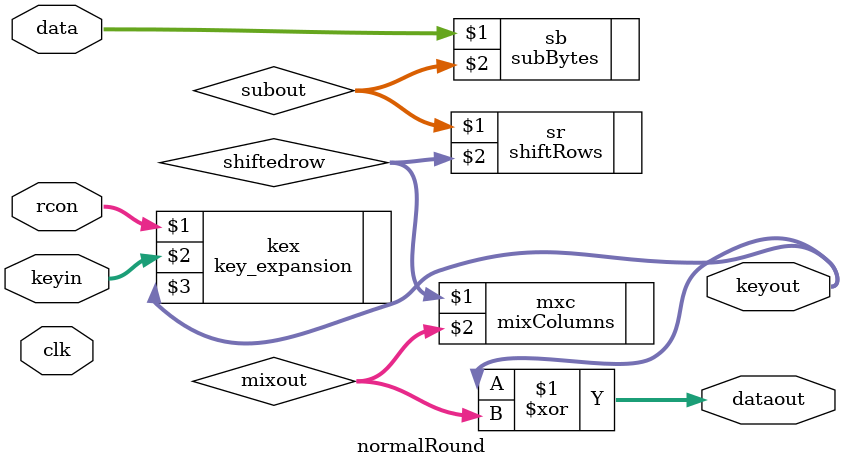
<source format=v>
`timescale 1ns / 1ps
module normalRound(input clk, input[31:0]rcon, input[127:0]keyin, input[127:0]data, output[127:0]keyout, output[127:0] dataout);

wire [127:0]subout, shiftedrow,mixout;
key_expansion kex(rcon,keyin,keyout);
subBytes sb(data, subout);
shiftRows sr(subout,shiftedrow);
mixColumns mxc(shiftedrow,mixout);
assign dataout = keyout^mixout; //Add Round key
always@(*)
$display("%h",dataout);
endmodule

</source>
